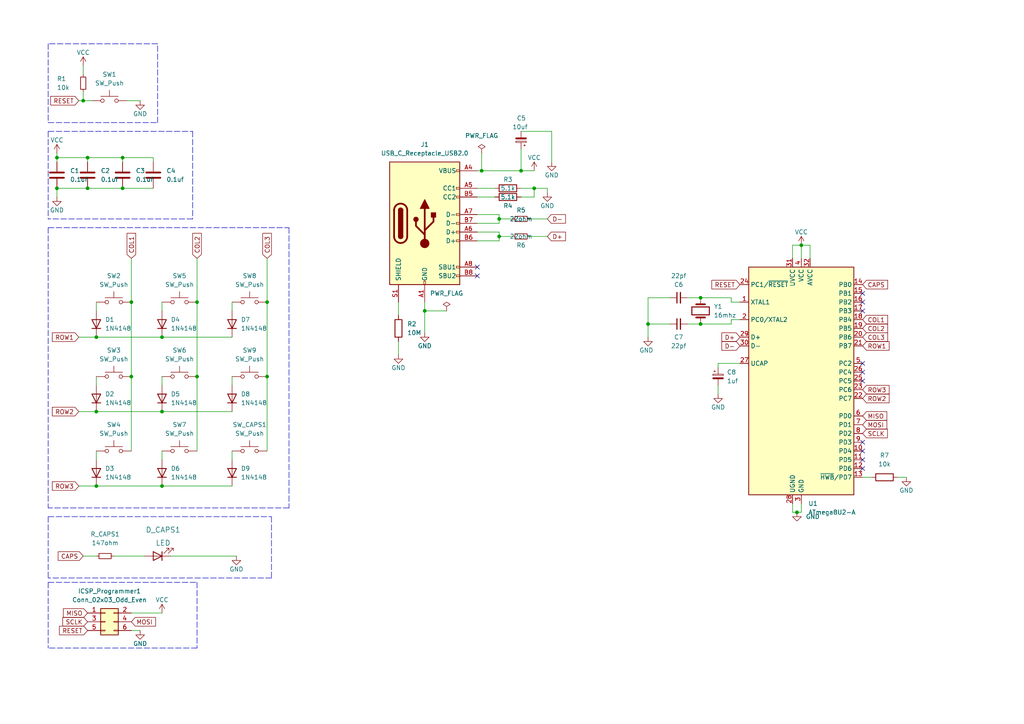
<source format=kicad_sch>
(kicad_sch (version 20211123) (generator eeschema)
  (paper "A4")
  (lib_symbols
    (symbol "Connector:USB_C_Receptacle_USB2.0" (pin_names (offset 1.016))
      (property "Reference" "J" (at -10.16 19.05 0))
      (property "Value" "USB_C_Receptacle_USB2.0" (at 19.05 19.05 0))
      (symbol "USB_C_Receptacle_USB2.0_0_0"
        (rectangle (start -0.254 -17.78) (end 0.254 -16.764))
        (rectangle (start 10.16 -14.986) (end 9.144 -15.494))
        (rectangle (start 10.16 -12.446) (end 9.144 -12.954))
        (rectangle (start 10.16 -4.826) (end 9.144 -5.334))
        (rectangle (start 10.16 -2.286) (end 9.144 -2.794))
        (rectangle (start 10.16 0.254) (end 9.144 -0.254))
        (rectangle (start 10.16 2.794) (end 9.144 2.286))
        (rectangle (start 10.16 7.874) (end 9.144 7.366))
        (rectangle (start 10.16 10.414) (end 9.144 9.906))
        (rectangle (start 10.16 15.494) (end 9.144 14.986))
      )
      (symbol "USB_C_Receptacle_USB2.0_0_1"
        (rectangle (start -10.16 17.78) (end 10.16 -17.78) (stroke (width 0.254)) (fill (type background)))
        (arc (start -8.89 -3.81) (mid -6.985 -5.715) (end -5.08 -3.81) (stroke (width 0.508)))
        (arc (start -7.62 -3.81) (mid -6.985 -4.445) (end -6.35 -3.81) (stroke (width 0.254)))
        (arc (start -7.62 -3.81) (mid -6.985 -4.445) (end -6.35 -3.81) (stroke (width 0.254)) (fill (type outline)))
        (rectangle (start -7.62 -3.81) (end -6.35 3.81) (stroke (width 0.254)) (fill (type outline)))
        (arc (start -6.35 3.81) (mid -6.985 4.445) (end -7.62 3.81) (stroke (width 0.254)))
        (arc (start -6.35 3.81) (mid -6.985 4.445) (end -7.62 3.81) (stroke (width 0.254)) (fill (type outline)))
        (arc (start -5.08 3.81) (mid -6.985 5.715) (end -8.89 3.81) (stroke (width 0.508)))
        (circle (center -2.54 1.143) (radius 0.635) (stroke (width 0.254)) (fill (type outline)))
        (circle (center 0 -5.842) (radius 1.27) (fill (type outline)))
        (polyline (pts (xy -8.89 -3.81) (xy -8.89 3.81)) (stroke (width 0.508)))
        (polyline (pts (xy -5.08 3.81) (xy -5.08 -3.81)) (stroke (width 0.508)))
        (polyline (pts (xy 0 -5.842) (xy 0 4.318)) (stroke (width 0.508)))
        (polyline (pts (xy 0 -3.302) (xy -2.54 -0.762) (xy -2.54 0.508)) (stroke (width 0.508)))
        (polyline (pts (xy 0 -2.032) (xy 2.54 0.508) (xy 2.54 1.778)) (stroke (width 0.508)))
        (polyline (pts (xy -1.27 4.318) (xy 0 6.858) (xy 1.27 4.318) (xy -1.27 4.318)) (stroke (width 0.254)) (fill (type outline)))
        (rectangle (start 1.905 1.778) (end 3.175 3.048) (stroke (width 0.254)) (fill (type outline)))
      )
      (symbol "USB_C_Receptacle_USB2.0_1_1"
        (pin passive line (at 0 -22.86 90) (length 5.08) (name "GND") (number "A1"))
        (pin passive line (at 0 -22.86 90) (length 5.08) hide (name "GND") (number "A12"))
        (pin passive line (at 15.24 15.24 180) (length 5.08) (name "VBUS") (number "A4"))
        (pin bidirectional line (at 15.24 10.16 180) (length 5.08) (name "CC1") (number "A5"))
        (pin bidirectional line (at 15.24 -2.54 180) (length 5.08) (name "D+") (number "A6"))
        (pin bidirectional line (at 15.24 2.54 180) (length 5.08) (name "D-") (number "A7"))
        (pin bidirectional line (at 15.24 -12.7 180) (length 5.08) (name "SBU1") (number "A8"))
        (pin passive line (at 15.24 15.24 180) (length 5.08) hide (name "VBUS") (number "A9"))
        (pin passive line (at 0 -22.86 90) (length 5.08) hide (name "GND") (number "B1"))
        (pin passive line (at 0 -22.86 90) (length 5.08) hide (name "GND") (number "B12"))
        (pin passive line (at 15.24 15.24 180) (length 5.08) hide (name "VBUS") (number "B4"))
        (pin bidirectional line (at 15.24 7.62 180) (length 5.08) (name "CC2") (number "B5"))
        (pin bidirectional line (at 15.24 -5.08 180) (length 5.08) (name "D+") (number "B6"))
        (pin bidirectional line (at 15.24 0 180) (length 5.08) (name "D-") (number "B7"))
        (pin bidirectional line (at 15.24 -15.24 180) (length 5.08) (name "SBU2") (number "B8"))
        (pin passive line (at 15.24 15.24 180) (length 5.08) hide (name "VBUS") (number "B9"))
        (pin passive line (at -7.62 -22.86 90) (length 5.08) (name "SHIELD") (number "S1"))
      )
    )
    (symbol "Connector_Generic:Conn_02x03_Odd_Even" (pin_names (offset 1.016) hide)
      (property "Reference" "J" (at 1.27 5.08 0))
      (property "Value" "Conn_02x03_Odd_Even" (at 1.27 -5.08 0))
      (symbol "Conn_02x03_Odd_Even_1_1"
        (rectangle (start -1.27 -2.413) (end 0 -2.667) (stroke (width 0.1524)))
        (rectangle (start -1.27 0.127) (end 0 -0.127) (stroke (width 0.1524)))
        (rectangle (start -1.27 2.667) (end 0 2.413) (stroke (width 0.1524)))
        (rectangle (start -1.27 3.81) (end 3.81 -3.81) (stroke (width 0.254)) (fill (type background)))
        (rectangle (start 3.81 -2.413) (end 2.54 -2.667) (stroke (width 0.1524)))
        (rectangle (start 3.81 0.127) (end 2.54 -0.127) (stroke (width 0.1524)))
        (rectangle (start 3.81 2.667) (end 2.54 2.413) (stroke (width 0.1524)))
        (pin passive line (at -5.08 2.54 0) (length 3.81) (name "Pin_1") (number "1"))
        (pin passive line (at 7.62 2.54 180) (length 3.81) (name "Pin_2") (number "2"))
        (pin passive line (at -5.08 0 0) (length 3.81) (name "Pin_3") (number "3"))
        (pin passive line (at 7.62 0 180) (length 3.81) (name "Pin_4") (number "4"))
        (pin passive line (at -5.08 -2.54 0) (length 3.81) (name "Pin_5") (number "5"))
        (pin passive line (at 7.62 -2.54 180) (length 3.81) (name "Pin_6") (number "6"))
      )
    )
    (symbol "Device:C" (pin_numbers hide) (pin_names (offset 0.254))
      (property "Reference" "C" (at 0.635 2.54 0))
      (property "Value" "C" (at 0.635 -2.54 0))
      (symbol "C_0_1"
        (polyline (pts (xy -2.032 -0.762) (xy 2.032 -0.762)) (stroke (width 0.508)))
        (polyline (pts (xy -2.032 0.762) (xy 2.032 0.762)) (stroke (width 0.508)))
      )
      (symbol "C_1_1"
        (pin passive line (at 0 3.81 270) (length 2.794) (name "~") (number "1"))
        (pin passive line (at 0 -3.81 90) (length 2.794) (name "~") (number "2"))
      )
    )
    (symbol "Device:C_Polarized_Small" (pin_numbers hide) (pin_names (offset 0.254) hide)
      (property "Reference" "C" (at 0.254 1.778 0))
      (property "Value" "C_Polarized_Small" (at 0.254 -2.032 0))
      (symbol "C_Polarized_Small_0_1"
        (rectangle (start -1.524 -0.3048) (end 1.524 -0.6858) (fill (type outline)))
        (rectangle (start -1.524 0.6858) (end 1.524 0.3048))
        (polyline (pts (xy -1.27 1.524) (xy -0.762 1.524)))
        (polyline (pts (xy -1.016 1.27) (xy -1.016 1.778)))
      )
      (symbol "C_Polarized_Small_1_1"
        (pin passive line (at 0 2.54 270) (length 1.8542) (name "~") (number "1"))
        (pin passive line (at 0 -2.54 90) (length 1.8542) (name "~") (number "2"))
      )
    )
    (symbol "Device:C_Small" (pin_numbers hide) (pin_names (offset 0.254) hide)
      (property "Reference" "C" (at 0.254 1.778 0))
      (property "Value" "C_Small" (at 0.254 -2.032 0))
      (symbol "C_Small_0_1"
        (polyline (pts (xy -1.524 -0.508) (xy 1.524 -0.508)) (stroke (width 0.3302)))
        (polyline (pts (xy -1.524 0.508) (xy 1.524 0.508)) (stroke (width 0.3048)))
      )
      (symbol "C_Small_1_1"
        (pin passive line (at 0 2.54 270) (length 2.032) (name "~") (number "1"))
        (pin passive line (at 0 -2.54 90) (length 2.032) (name "~") (number "2"))
      )
    )
    (symbol "Device:Crystal" (pin_numbers hide) (pin_names (offset 1.016) hide)
      (property "Reference" "Y" (at 0 3.81 0))
      (property "Value" "Crystal" (at 0 -3.81 0))
      (symbol "Crystal_0_1"
        (rectangle (start -1.143 2.54) (end 1.143 -2.54) (stroke (width 0.3048)))
        (polyline (pts (xy -2.54 0) (xy -1.905 0)))
        (polyline (pts (xy -1.905 -1.27) (xy -1.905 1.27)) (stroke (width 0.508)))
        (polyline (pts (xy 1.905 -1.27) (xy 1.905 1.27)) (stroke (width 0.508)))
        (polyline (pts (xy 2.54 0) (xy 1.905 0)))
      )
      (symbol "Crystal_1_1"
        (pin passive line (at -3.81 0 0) (length 1.27) (name "1") (number "1"))
        (pin passive line (at 3.81 0 180) (length 1.27) (name "2") (number "2"))
      )
    )
    (symbol "Device:LED" (pin_numbers hide) (pin_names (offset 1.016) hide)
      (property "Reference" "D" (at 0 2.54 0))
      (property "Value" "LED" (at 0 -2.54 0))
      (symbol "LED_0_1"
        (polyline (pts (xy -1.27 -1.27) (xy -1.27 1.27)) (stroke (width 0.254)))
        (polyline (pts (xy -1.27 0) (xy 1.27 0)))
        (polyline (pts (xy 1.27 -1.27) (xy 1.27 1.27) (xy -1.27 0) (xy 1.27 -1.27)) (stroke (width 0.254)))
        (polyline (pts (xy -3.048 -0.762) (xy -4.572 -2.286) (xy -3.81 -2.286) (xy -4.572 -2.286) (xy -4.572 -1.524)))
        (polyline (pts (xy -1.778 -0.762) (xy -3.302 -2.286) (xy -2.54 -2.286) (xy -3.302 -2.286) (xy -3.302 -1.524)))
      )
      (symbol "LED_1_1"
        (pin passive line (at -3.81 0 0) (length 2.54) (name "K") (number "1"))
        (pin passive line (at 3.81 0 180) (length 2.54) (name "A") (number "2"))
      )
    )
    (symbol "Device:R" (pin_numbers hide) (pin_names (offset 0))
      (property "Reference" "R" (at 2.032 0 90))
      (property "Value" "R" (at 0 0 90))
      (symbol "R_0_1"
        (rectangle (start -1.016 -2.54) (end 1.016 2.54) (stroke (width 0.254)))
      )
      (symbol "R_1_1"
        (pin passive line (at 0 3.81 270) (length 1.27) (name "~") (number "1"))
        (pin passive line (at 0 -3.81 90) (length 1.27) (name "~") (number "2"))
      )
    )
    (symbol "Device:R_Small" (pin_numbers hide) (pin_names (offset 0.254) hide)
      (property "Reference" "R" (at 0.762 0.508 0))
      (property "Value" "R_Small" (at 0.762 -1.016 0))
      (symbol "R_Small_0_1"
        (rectangle (start -0.762 1.778) (end 0.762 -1.778) (stroke (width 0.2032)))
      )
      (symbol "R_Small_1_1"
        (pin passive line (at 0 2.54 270) (length 0.762) (name "~") (number "1"))
        (pin passive line (at 0 -2.54 90) (length 0.762) (name "~") (number "2"))
      )
    )
    (symbol "Diode:1N4148" (pin_numbers hide) (pin_names (offset 1.016) hide)
      (property "Reference" "D" (at 0 2.54 0))
      (property "Value" "1N4148" (at 0 -2.54 0))
      (symbol "1N4148_0_1"
        (polyline (pts (xy -1.27 1.27) (xy -1.27 -1.27)) (stroke (width 0.254)))
        (polyline (pts (xy 1.27 0) (xy -1.27 0)))
        (polyline (pts (xy 1.27 1.27) (xy 1.27 -1.27) (xy -1.27 0) (xy 1.27 1.27)) (stroke (width 0.254)))
      )
      (symbol "1N4148_1_1"
        (pin passive line (at -3.81 0 0) (length 2.54) (name "K") (number "1"))
        (pin passive line (at 3.81 0 180) (length 2.54) (name "A") (number "2"))
      )
    )
    (symbol "MCU_Microchip_ATmega:ATmega8U2-A"
      (property "Reference" "U" (at -15.24 34.29 0))
      (property "Value" "ATmega8U2-A" (at 2.54 -34.29 0))
      (symbol "ATmega8U2-A_0_1"
        (rectangle (start -15.24 -33.02) (end 15.24 33.02) (stroke (width 0.254)) (fill (type background)))
      )
      (symbol "ATmega8U2-A_1_1"
        (pin input line (at -17.78 22.86 0) (length 2.54) (name "XTAL1") (number "1"))
        (pin bidirectional line (at 17.78 -20.32 180) (length 2.54) (name "PD4") (number "10"))
        (pin bidirectional line (at 17.78 -22.86 180) (length 2.54) (name "PD5") (number "11"))
        (pin bidirectional line (at 17.78 -25.4 180) (length 2.54) (name "PD6") (number "12"))
        (pin bidirectional line (at 17.78 -27.94 180) (length 2.54) (name "~{HWB}/PD7") (number "13"))
        (pin bidirectional line (at 17.78 27.94 180) (length 2.54) (name "PB0") (number "14"))
        (pin bidirectional line (at 17.78 25.4 180) (length 2.54) (name "PB1") (number "15"))
        (pin bidirectional line (at 17.78 22.86 180) (length 2.54) (name "PB2") (number "16"))
        (pin bidirectional line (at 17.78 20.32 180) (length 2.54) (name "PB3") (number "17"))
        (pin bidirectional line (at 17.78 17.78 180) (length 2.54) (name "PB4") (number "18"))
        (pin bidirectional line (at 17.78 15.24 180) (length 2.54) (name "PB5") (number "19"))
        (pin bidirectional line (at -17.78 17.78 0) (length 2.54) (name "PC0/XTAL2") (number "2"))
        (pin bidirectional line (at 17.78 12.7 180) (length 2.54) (name "PB6") (number "20"))
        (pin bidirectional line (at 17.78 10.16 180) (length 2.54) (name "PB7") (number "21"))
        (pin bidirectional line (at 17.78 -5.08 180) (length 2.54) (name "PC7") (number "22"))
        (pin bidirectional line (at 17.78 -2.54 180) (length 2.54) (name "PC6") (number "23"))
        (pin bidirectional line (at -17.78 27.94 0) (length 2.54) (name "PC1/~{RESET}") (number "24"))
        (pin bidirectional line (at 17.78 0 180) (length 2.54) (name "PC5") (number "25"))
        (pin bidirectional line (at 17.78 2.54 180) (length 2.54) (name "PC4") (number "26"))
        (pin passive line (at -17.78 5.08 0) (length 2.54) (name "UCAP") (number "27"))
        (pin power_in line (at -2.54 -35.56 90) (length 2.54) (name "UGND") (number "28"))
        (pin bidirectional line (at -17.78 12.7 0) (length 2.54) (name "D+") (number "29"))
        (pin power_in line (at 0 -35.56 90) (length 2.54) (name "GND") (number "3"))
        (pin bidirectional line (at -17.78 10.16 0) (length 2.54) (name "D-") (number "30"))
        (pin power_in line (at -2.54 35.56 270) (length 2.54) (name "UVCC") (number "31"))
        (pin power_in line (at 2.54 35.56 270) (length 2.54) (name "AVCC") (number "32"))
        (pin power_in line (at 0 35.56 270) (length 2.54) (name "VCC") (number "4"))
        (pin bidirectional line (at 17.78 5.08 180) (length 2.54) (name "PC2") (number "5"))
        (pin bidirectional line (at 17.78 -10.16 180) (length 2.54) (name "PD0") (number "6"))
        (pin bidirectional line (at 17.78 -12.7 180) (length 2.54) (name "PD1") (number "7"))
        (pin bidirectional line (at 17.78 -15.24 180) (length 2.54) (name "PD2") (number "8"))
        (pin bidirectional line (at 17.78 -17.78 180) (length 2.54) (name "PD3") (number "9"))
      )
    )
    (symbol "Switch:SW_Push" (pin_numbers hide) (pin_names (offset 1.016) hide)
      (property "Reference" "SW" (at 1.27 2.54 0))
      (property "Value" "SW_Push" (at 0 -1.524 0))
      (symbol "SW_Push_0_1"
        (circle (center -2.032 0) (radius 0.508))
        (polyline (pts (xy 0 1.27) (xy 0 3.048)))
        (polyline (pts (xy 2.54 1.27) (xy -2.54 1.27)))
        (circle (center 2.032 0) (radius 0.508))
        (pin passive line (at -5.08 0 0) (length 2.54) (name "1") (number "1"))
        (pin passive line (at 5.08 0 180) (length 2.54) (name "2") (number "2"))
      )
    )
    (symbol "power:GND" (power) (pin_names (offset 0))
      (property "Value" "GND" (at 0 -3.81 0))
      (symbol "GND_0_1"
        (polyline (pts (xy 0 0) (xy 0 -1.27) (xy 1.27 -1.27) (xy 0 -2.54) (xy -1.27 -1.27) (xy 0 -1.27)))
      )
      (symbol "GND_1_1"
        (pin power_in line (at 0 0 270) (length 0) hide (name "GND") (number "1"))
      )
    )
    (symbol "power:PWR_FLAG" (power) (pin_numbers hide) (pin_names (offset 0) hide)
      (property "Value" "PWR_FLAG" (at 0 3.81 0))
      (symbol "PWR_FLAG_0_0"
        (pin power_out line (at 0 0 90) (length 0) (name "pwr") (number "1"))
      )
      (symbol "PWR_FLAG_0_1"
        (polyline (pts (xy 0 0) (xy 0 1.27) (xy -1.016 1.905) (xy 0 2.54) (xy 1.016 1.905) (xy 0 1.27)))
      )
    )
    (symbol "power:VCC" (power) (pin_names (offset 0))
      (property "Value" "VCC" (at 0 3.81 0))
      (symbol "VCC_0_1"
        (polyline (pts (xy -0.762 1.27) (xy 0 2.54)))
        (polyline (pts (xy 0 0) (xy 0 2.54)))
        (polyline (pts (xy 0 2.54) (xy 0.762 1.27)))
      )
      (symbol "VCC_1_1"
        (pin power_in line (at 0 0 90) (length 0) hide (name "VCC") (number "1"))
      )
    )
  )
  (junction (at 144.78 68.58))
  (junction (at 77.47 87.63))
  (junction (at 57.15 87.63))
  (junction (at 25.4 45.72))
  (junction (at 38.1 109.22))
  (junction (at 46.99 119.38))
  (junction (at 16.51 54.61))
  (junction (at 46.99 97.79))
  (junction (at 154.94 54.61))
  (junction (at 151.13 49.53))
  (junction (at 25.4 54.61))
  (junction (at 77.47 109.22))
  (junction (at 144.78 63.5))
  (junction (at 123.19 90.17))
  (junction (at 27.94 140.97))
  (junction (at 187.96 93.98))
  (junction (at 46.99 140.97))
  (junction (at 35.56 45.72))
  (junction (at 27.94 119.38))
  (junction (at 57.15 109.22))
  (junction (at 203.2 93.98))
  (junction (at 24.13 29.21))
  (junction (at 27.94 97.79))
  (junction (at 232.41 71.12))
  (junction (at 16.51 45.72))
  (junction (at 203.2 86.36))
  (junction (at 139.7 49.53))
  (junction (at 38.1 87.63))
  (junction (at 35.56 54.61))
  (junction (at 231.14 148.59))
  (no_connect (at 138.43 77.47))
  (no_connect (at 138.43 80.01))
  (no_connect (at 250.19 90.17))
  (no_connect (at 250.19 107.95))
  (no_connect (at 250.19 87.63))
  (no_connect (at 250.19 110.49))
  (no_connect (at 250.19 130.81))
  (no_connect (at 250.19 128.27))
  (no_connect (at 250.19 133.35))
  (no_connect (at 250.19 135.89))
  (no_connect (at 250.19 105.41))
  (no_connect (at 250.19 85.09))
  (wire (pts (xy 24.13 19.05) (xy 24.13 21.59)))
  (wire (pts (xy 35.56 45.72) (xy 44.45 45.72)))
  (wire (pts (xy 139.7 49.53) (xy 151.13 49.53)))
  (polyline (pts (xy 83.82 66.04) (xy 83.82 147.32)))
  (wire (pts (xy 153.67 63.5) (xy 158.75 63.5)))
  (wire (pts (xy 151.13 54.61) (xy 154.94 54.61)))
  (wire (pts (xy 160.02 46.99) (xy 160.02 38.1)))
  (polyline (pts (xy 13.97 168.91) (xy 13.97 187.96)))
  (wire (pts (xy 27.94 119.38) (xy 46.99 119.38)))
  (wire (pts (xy 25.4 45.72) (xy 25.4 46.99)))
  (wire (pts (xy 158.75 54.61) (xy 158.75 55.88)))
  (wire (pts (xy 151.13 49.53) (xy 154.94 49.53)))
  (wire (pts (xy 229.87 71.12) (xy 232.41 71.12)))
  (wire (pts (xy 139.7 44.45) (xy 139.7 49.53)))
  (wire (pts (xy 250.19 138.43) (xy 252.73 138.43)))
  (wire (pts (xy 67.31 130.81) (xy 67.31 133.35)))
  (wire (pts (xy 67.31 87.63) (xy 67.31 90.17)))
  (polyline (pts (xy 13.97 38.1) (xy 55.88 38.1)))
  (wire (pts (xy 123.19 87.63) (xy 123.19 90.17)))
  (wire (pts (xy 49.53 161.29) (xy 68.58 161.29)))
  (wire (pts (xy 36.83 29.21) (xy 40.64 29.21)))
  (polyline (pts (xy 57.15 187.96) (xy 13.97 187.96)))
  (wire (pts (xy 46.99 130.81) (xy 46.99 133.35)))
  (wire (pts (xy 208.28 111.76) (xy 208.28 114.3)))
  (wire (pts (xy 208.28 105.41) (xy 208.28 106.68)))
  (wire (pts (xy 229.87 146.05) (xy 229.87 148.59)))
  (wire (pts (xy 144.78 68.58) (xy 148.59 68.58)))
  (wire (pts (xy 138.43 54.61) (xy 143.51 54.61)))
  (wire (pts (xy 22.86 29.21) (xy 24.13 29.21)))
  (wire (pts (xy 153.67 68.58) (xy 158.75 68.58)))
  (polyline (pts (xy 45.72 12.7) (xy 13.97 12.7)))
  (wire (pts (xy 144.78 67.31) (xy 144.78 68.58)))
  (wire (pts (xy 214.63 87.63) (xy 212.09 87.63)))
  (wire (pts (xy 229.87 148.59) (xy 231.14 148.59)))
  (wire (pts (xy 27.94 140.97) (xy 46.99 140.97)))
  (wire (pts (xy 77.47 74.93) (xy 77.47 87.63)))
  (wire (pts (xy 25.4 45.72) (xy 35.56 45.72)))
  (wire (pts (xy 33.02 161.29) (xy 41.91 161.29)))
  (wire (pts (xy 25.4 54.61) (xy 35.56 54.61)))
  (wire (pts (xy 151.13 57.15) (xy 154.94 57.15)))
  (wire (pts (xy 38.1 87.63) (xy 38.1 109.22)))
  (wire (pts (xy 203.2 93.98) (xy 212.09 93.98)))
  (wire (pts (xy 138.43 62.23) (xy 144.78 62.23)))
  (polyline (pts (xy 57.15 168.91) (xy 57.15 187.96)))
  (wire (pts (xy 138.43 67.31) (xy 144.78 67.31)))
  (wire (pts (xy 144.78 69.85) (xy 144.78 68.58)))
  (wire (pts (xy 46.99 97.79) (xy 67.31 97.79)))
  (wire (pts (xy 203.2 86.36) (xy 199.39 86.36)))
  (wire (pts (xy 16.51 45.72) (xy 25.4 45.72)))
  (wire (pts (xy 260.35 138.43) (xy 262.89 138.43)))
  (wire (pts (xy 214.63 92.71) (xy 212.09 92.71)))
  (wire (pts (xy 212.09 92.71) (xy 212.09 93.98)))
  (wire (pts (xy 22.86 140.97) (xy 27.94 140.97)))
  (wire (pts (xy 232.41 148.59) (xy 231.14 148.59)))
  (wire (pts (xy 22.86 119.38) (xy 27.94 119.38)))
  (wire (pts (xy 187.96 97.79) (xy 187.96 93.98)))
  (wire (pts (xy 38.1 177.8) (xy 46.99 177.8)))
  (wire (pts (xy 38.1 182.88) (xy 40.64 182.88)))
  (wire (pts (xy 187.96 93.98) (xy 187.96 86.36)))
  (wire (pts (xy 154.94 54.61) (xy 158.75 54.61)))
  (polyline (pts (xy 13.97 35.56) (xy 45.72 35.56)))
  (wire (pts (xy 151.13 43.18) (xy 151.13 49.53)))
  (polyline (pts (xy 45.72 35.56) (xy 45.72 12.7)))
  (wire (pts (xy 115.57 87.63) (xy 115.57 91.44)))
  (polyline (pts (xy 13.97 38.1) (xy 13.97 63.5)))
  (wire (pts (xy 35.56 45.72) (xy 35.56 46.99)))
  (wire (pts (xy 144.78 64.77) (xy 144.78 63.5)))
  (wire (pts (xy 123.19 90.17) (xy 129.54 90.17)))
  (wire (pts (xy 194.31 86.36) (xy 187.96 86.36)))
  (polyline (pts (xy 13.97 66.04) (xy 13.97 147.32)))
  (polyline (pts (xy 13.97 149.86) (xy 78.74 149.86)))
  (wire (pts (xy 138.43 49.53) (xy 139.7 49.53)))
  (wire (pts (xy 194.31 93.98) (xy 187.96 93.98)))
  (wire (pts (xy 57.15 109.22) (xy 57.15 130.81)))
  (wire (pts (xy 24.13 161.29) (xy 27.94 161.29)))
  (wire (pts (xy 203.2 93.98) (xy 199.39 93.98)))
  (polyline (pts (xy 55.88 63.5) (xy 13.97 63.5)))
  (wire (pts (xy 27.94 87.63) (xy 27.94 90.17)))
  (wire (pts (xy 138.43 69.85) (xy 144.78 69.85)))
  (wire (pts (xy 27.94 97.79) (xy 46.99 97.79)))
  (wire (pts (xy 57.15 74.93) (xy 57.15 87.63)))
  (wire (pts (xy 123.19 90.17) (xy 123.19 96.52)))
  (wire (pts (xy 77.47 87.63) (xy 77.47 109.22)))
  (wire (pts (xy 46.99 87.63) (xy 46.99 90.17)))
  (wire (pts (xy 46.99 109.22) (xy 46.99 111.76)))
  (wire (pts (xy 144.78 62.23) (xy 144.78 63.5)))
  (wire (pts (xy 22.86 97.79) (xy 27.94 97.79)))
  (wire (pts (xy 16.51 45.72) (xy 16.51 46.99)))
  (wire (pts (xy 138.43 57.15) (xy 143.51 57.15)))
  (wire (pts (xy 38.1 74.93) (xy 38.1 87.63)))
  (wire (pts (xy 57.15 87.63) (xy 57.15 109.22)))
  (wire (pts (xy 77.47 109.22) (xy 77.47 130.81)))
  (wire (pts (xy 24.13 26.67) (xy 24.13 29.21)))
  (wire (pts (xy 44.45 45.72) (xy 44.45 46.99)))
  (polyline (pts (xy 13.97 149.86) (xy 13.97 167.64)))
  (wire (pts (xy 214.63 105.41) (xy 208.28 105.41)))
  (polyline (pts (xy 13.97 12.7) (xy 13.97 35.56)))
  (wire (pts (xy 67.31 109.22) (xy 67.31 111.76)))
  (wire (pts (xy 203.2 86.36) (xy 212.09 86.36)))
  (wire (pts (xy 234.95 74.93) (xy 234.95 71.12)))
  (wire (pts (xy 115.57 99.06) (xy 115.57 102.87)))
  (wire (pts (xy 27.94 109.22) (xy 27.94 111.76)))
  (wire (pts (xy 144.78 63.5) (xy 148.59 63.5)))
  (polyline (pts (xy 78.74 149.86) (xy 78.74 167.64)))
  (polyline (pts (xy 13.97 168.91) (xy 57.15 168.91)))
  (wire (pts (xy 160.02 38.1) (xy 151.13 38.1)))
  (wire (pts (xy 212.09 87.63) (xy 212.09 86.36)))
  (wire (pts (xy 229.87 74.93) (xy 229.87 71.12)))
  (wire (pts (xy 232.41 146.05) (xy 232.41 148.59)))
  (polyline (pts (xy 78.74 167.64) (xy 13.97 167.64)))
  (wire (pts (xy 24.13 29.21) (xy 26.67 29.21)))
  (wire (pts (xy 16.51 54.61) (xy 25.4 54.61)))
  (wire (pts (xy 234.95 71.12) (xy 232.41 71.12)))
  (wire (pts (xy 154.94 57.15) (xy 154.94 54.61)))
  (wire (pts (xy 46.99 119.38) (xy 67.31 119.38)))
  (wire (pts (xy 27.94 130.81) (xy 27.94 133.35)))
  (polyline (pts (xy 13.97 66.04) (xy 83.82 66.04)))
  (wire (pts (xy 46.99 140.97) (xy 67.31 140.97)))
  (polyline (pts (xy 55.88 38.1) (xy 55.88 63.5)))
  (wire (pts (xy 16.51 44.45) (xy 16.51 45.72)))
  (wire (pts (xy 138.43 64.77) (xy 144.78 64.77)))
  (wire (pts (xy 35.56 54.61) (xy 44.45 54.61)))
  (wire (pts (xy 16.51 54.61) (xy 16.51 57.15)))
  (wire (pts (xy 232.41 71.12) (xy 232.41 74.93)))
  (polyline (pts (xy 83.82 147.32) (xy 13.97 147.32)))
  (wire (pts (xy 38.1 109.22) (xy 38.1 130.81)))
  (global_label "D-" (shape input) (at 214.63 100.33 180) (property "Intersheet References" "${INTERSHEET_REFS}" (effects hide)))
  (global_label "COL1" (shape input) (at 250.19 92.71 0) (property "Intersheet References" "${INTERSHEET_REFS}" (effects hide)))
  (global_label "MOSI" (shape input) (at 250.19 123.19 0) (property "Intersheet References" "${INTERSHEET_REFS}" (effects hide)))
  (global_label "RESET" (shape input) (at 25.4 182.88 180) (property "Intersheet References" "${INTERSHEET_REFS}" (effects hide)))
  (global_label "D-" (shape input) (at 158.75 63.5 0) (property "Intersheet References" "${INTERSHEET_REFS}" (effects hide)))
  (global_label "SCLK" (shape input) (at 250.19 125.73 0) (property "Intersheet References" "${INTERSHEET_REFS}" (effects hide)))
  (global_label "ROW2" (shape input) (at 22.86 119.38 180) (property "Intersheet References" "${INTERSHEET_REFS}" (effects hide)))
  (global_label "COL3" (shape input) (at 77.47 74.93 90) (property "Intersheet References" "${INTERSHEET_REFS}" (effects hide)))
  (global_label "CAPS" (shape input) (at 24.13 161.29 180) (property "Intersheet References" "${INTERSHEET_REFS}" (effects hide)))
  (global_label "ROW1" (shape input) (at 22.86 97.79 180) (property "Intersheet References" "${INTERSHEET_REFS}" (effects hide)))
  (global_label "MOSI" (shape input) (at 38.1 180.34 0) (property "Intersheet References" "${INTERSHEET_REFS}" (effects hide)))
  (global_label "ROW2" (shape input) (at 250.19 115.57 0) (property "Intersheet References" "${INTERSHEET_REFS}" (effects hide)))
  (global_label "COL2" (shape input) (at 250.19 95.25 0) (property "Intersheet References" "${INTERSHEET_REFS}" (effects hide)))
  (global_label "D+" (shape input) (at 158.75 68.58 0) (property "Intersheet References" "${INTERSHEET_REFS}" (effects hide)))
  (global_label "MISO" (shape input) (at 250.19 120.65 0) (property "Intersheet References" "${INTERSHEET_REFS}" (effects hide)))
  (global_label "ROW3" (shape input) (at 250.19 113.03 0) (property "Intersheet References" "${INTERSHEET_REFS}" (effects hide)))
  (global_label "COL1" (shape input) (at 38.1 74.93 90) (property "Intersheet References" "${INTERSHEET_REFS}" (effects hide)))
  (global_label "MISO" (shape input) (at 25.4 177.8 180) (property "Intersheet References" "${INTERSHEET_REFS}" (effects hide)))
  (global_label "SCLK" (shape input) (at 25.4 180.34 180) (property "Intersheet References" "${INTERSHEET_REFS}" (effects hide)))
  (global_label "RESET" (shape input) (at 214.63 82.55 180) (property "Intersheet References" "${INTERSHEET_REFS}" (effects hide)))
  (global_label "COL3" (shape input) (at 250.19 97.79 0) (property "Intersheet References" "${INTERSHEET_REFS}" (effects hide)))
  (global_label "CAPS" (shape input) (at 250.19 82.55 0) (property "Intersheet References" "${INTERSHEET_REFS}" (effects hide)))
  (global_label "COL2" (shape input) (at 57.15 74.93 90) (property "Intersheet References" "${INTERSHEET_REFS}" (effects hide)))
  (global_label "RESET" (shape input) (at 22.86 29.21 180) (property "Intersheet References" "${INTERSHEET_REFS}" (effects hide)))
  (global_label "ROW3" (shape input) (at 22.86 140.97 180) (property "Intersheet References" "${INTERSHEET_REFS}" (effects hide)))
  (global_label "ROW1" (shape input) (at 250.19 100.33 0) (property "Intersheet References" "${INTERSHEET_REFS}" (effects hide)))
  (global_label "D+" (shape input) (at 214.63 97.79 180) (property "Intersheet References" "${INTERSHEET_REFS}" (effects hide)))
  (symbol (lib_id "Switch:SW_Push") (at 72.39 87.63 0) (unit 1)
    (property "Reference" "SW8" (at 72.39 80.01 0))
    (property "Value" "SW_Push" (at 72.39 82.55 0))
    (property "Footprint" "Button - Alternate:SW_4-1437565-0" (effects hide))
  )
  (symbol (lib_id "Device:C_Polarized_Small") (at 208.28 109.22 0) (unit 1)
    (property "Reference" "C8" (at 210.82 107.9562 0) (effects (justify left)))
    (property "Value" "1uf" (at 210.82 110.4962 0) (effects (justify left)))
    (property "Footprint" "Capacitor_THT:CP_Radial_D4.0mm_P1.50mm" (effects hide))
  )
  (symbol (lib_id "Device:C") (at 25.4 50.8 0) (unit 1)
    (property "Reference" "C2" (at 29.21 49.5299 0) (effects (justify left)))
    (property "Value" "0.1uf" (at 29.21 52.0699 0) (effects (justify left)))
    (property "Footprint" "Capacitor_THT:C_Rect_L7.0mm_W2.0mm_P5.00mm" (effects hide))
  )
  (symbol (lib_id "Switch:SW_Push") (at 72.39 130.81 0) (unit 1)
    (property "Reference" "SW_CAPS1" (at 72.39 123.19 0))
    (property "Value" "SW_Push" (at 72.39 125.73 0))
    (property "Footprint" "Button - Alternate:SW_4-1437565-0" (effects hide))
  )
  (symbol (lib_id "Device:R_Small") (at 30.48 161.29 90) (unit 1)
    (property "Reference" "R_CAPS1" (at 30.48 154.94 90))
    (property "Value" "147ohm" (at 30.48 157.48 90))
    (property "Footprint" "Resistor_THT:R_Axial_DIN0204_L3.6mm_D1.6mm_P7.62mm_Horizontal" (effects hide))
  )
  (symbol (lib_id "Diode:1N4148") (at 46.99 115.57 90) (unit 1)
    (property "Reference" "D5" (at 49.53 114.2999 90) (effects (justify right)))
    (property "Value" "1N4148" (at 49.53 116.8399 90) (effects (justify right)))
    (property "Footprint" "Diode_THT:D_DO-35_SOD27_P7.62mm_Horizontal" (effects hide))
    (property "Datasheet" "https://assets.nexperia.com/documents/data-sheet/1N4148_1N4448.pdf" (effects hide))
  )
  (symbol (lib_id "Device:R") (at 256.54 138.43 90) (unit 1)
    (property "Reference" "R7" (at 256.54 132.08 90))
    (property "Value" "10k" (at 256.54 134.62 90))
    (property "Footprint" "Resistor_THT:R_Axial_DIN0204_L3.6mm_D1.6mm_P7.62mm_Horizontal" (effects hide))
  )
  (symbol (lib_id "Device:Crystal") (at 203.2 90.17 90) (unit 1)
    (property "Reference" "Y1" (at 207.01 88.8999 90) (effects (justify right)))
    (property "Value" "16mhz" (at 207.01 91.4399 90) (effects (justify right)))
    (property "Footprint" "Crystal:Crystal_SMD_HC49-SD_HandSoldering" (effects hide))
  )
  (symbol (lib_id "Connector_Generic:Conn_02x03_Odd_Even") (at 30.48 180.34 0) (unit 1)
    (property "Reference" "ICSP_Programmer1" (at 31.75 171.45 0))
    (property "Value" "Conn_02x03_Odd_Even" (at 31.75 173.99 0))
    (property "Footprint" "Connector_PinHeader_2.54mm:PinHeader_2x03_P2.54mm_Vertical" (effects hide))
  )
  (symbol (lib_id "power:GND") (at 16.51 57.15 0) (unit 1)
    (property "Reference" "#PWR02" (effects hide))
    (property "Value" "GND" (at 16.51 60.96 0))
  )
  (symbol (lib_id "Diode:1N4148") (at 46.99 93.98 90) (unit 1)
    (property "Reference" "D4" (at 49.53 92.7099 90) (effects (justify right)))
    (property "Value" "1N4148" (at 49.53 95.2499 90) (effects (justify right)))
    (property "Footprint" "Diode_THT:D_DO-35_SOD27_P7.62mm_Horizontal" (effects hide))
    (property "Datasheet" "https://assets.nexperia.com/documents/data-sheet/1N4148_1N4448.pdf" (effects hide))
  )
  (symbol (lib_id "Diode:1N4148") (at 67.31 115.57 90) (unit 1)
    (property "Reference" "D8" (at 69.85 114.2999 90) (effects (justify right)))
    (property "Value" "1N4148" (at 69.85 116.8399 90) (effects (justify right)))
    (property "Footprint" "Diode_THT:D_DO-35_SOD27_P7.62mm_Horizontal" (effects hide))
    (property "Datasheet" "https://assets.nexperia.com/documents/data-sheet/1N4148_1N4448.pdf" (effects hide))
  )
  (symbol (lib_id "Diode:1N4148") (at 27.94 93.98 90) (unit 1)
    (property "Reference" "D1" (at 30.48 92.7099 90) (effects (justify right)))
    (property "Value" "1N4148" (at 30.48 95.2499 90) (effects (justify right)))
    (property "Footprint" "Diode_THT:D_DO-35_SOD27_P7.62mm_Horizontal" (effects hide))
    (property "Datasheet" "https://assets.nexperia.com/documents/data-sheet/1N4148_1N4448.pdf" (effects hide))
  )
  (symbol (lib_id "Connector:USB_C_Receptacle_USB2.0") (at 123.19 64.77 0) (unit 1)
    (property "Reference" "J1" (at 123.19 41.91 0))
    (property "Value" "USB_C_Receptacle_USB2.0" (at 123.19 44.45 0))
    (property "Footprint" "Connector_USB:USB_C_Receptacle_HRO_TYPE-C-31-M-12" (effects hide))
    (property "Datasheet" "https://www.usb.org/sites/default/files/documents/usb_type-c.zip" (effects hide))
  )
  (symbol (lib_id "power:GND") (at 123.19 96.52 0) (unit 1)
    (property "Reference" "#PWR06" (effects hide))
    (property "Value" "GND" (at 123.19 100.33 0))
  )
  (symbol (lib_id "Device:R") (at 147.32 57.15 90) (unit 1)
    (property "Reference" "R4" (at 147.32 59.69 90))
    (property "Value" "5.1k" (at 147.32 57.15 90))
    (property "Footprint" "Resistor_THT:R_Axial_DIN0204_L3.6mm_D1.6mm_P7.62mm_Horizontal" (effects hide))
  )
  (symbol (lib_id "Device:R") (at 115.57 95.25 0) (unit 1)
    (property "Reference" "R2" (at 118.11 93.9799 0) (effects (justify left)))
    (property "Value" "10M" (at 118.11 96.5199 0) (effects (justify left)))
    (property "Footprint" "Resistor_THT:R_Axial_DIN0204_L3.6mm_D1.6mm_P7.62mm_Horizontal" (effects hide))
  )
  (symbol (lib_id "power:GND") (at 40.64 182.88 0) (unit 1)
    (property "Reference" "#PWR0109" (effects hide))
    (property "Value" "GND" (at 40.64 186.69 0))
  )
  (symbol (lib_id "Switch:SW_Push") (at 52.07 130.81 0) (unit 1)
    (property "Reference" "SW7" (at 52.07 123.19 0))
    (property "Value" "SW_Push" (at 52.07 125.73 0))
    (property "Footprint" "Button - Alternate:SW_4-1437565-0" (effects hide))
  )
  (symbol (lib_id "power:GND") (at 231.14 148.59 0) (unit 1)
    (property "Reference" "#PWR0103" (effects hide))
    (property "Value" "GND" (at 233.68 149.8599 0) (effects (justify left)))
  )
  (symbol (lib_id "Diode:1N4148") (at 27.94 115.57 90) (unit 1)
    (property "Reference" "D2" (at 30.48 114.2999 90) (effects (justify right)))
    (property "Value" "1N4148" (at 30.48 116.8399 90) (effects (justify right)))
    (property "Footprint" "Diode_THT:D_DO-35_SOD27_P7.62mm_Horizontal" (effects hide))
    (property "Datasheet" "https://assets.nexperia.com/documents/data-sheet/1N4148_1N4448.pdf" (effects hide))
  )
  (symbol (lib_id "power:PWR_FLAG") (at 129.54 90.17 0) (unit 1)
    (property "Reference" "#FLG0102" (effects hide))
    (property "Value" "PWR_FLAG" (at 129.54 85.09 0))
  )
  (symbol (lib_id "Device:C") (at 16.51 50.8 0) (unit 1)
    (property "Reference" "C1" (at 20.32 49.5299 0) (effects (justify left)))
    (property "Value" "0.1uf" (at 20.32 52.0699 0) (effects (justify left)))
    (property "Footprint" "Capacitor_THT:C_Rect_L7.0mm_W2.0mm_P5.00mm" (effects hide))
  )
  (symbol (lib_id "Device:R_Small") (at 24.13 24.13 180) (unit 1)
    (property "Reference" "R1" (at 16.51 22.86 0) (effects (justify right)))
    (property "Value" "10k" (at 16.51 25.4 0) (effects (justify right)))
    (property "Footprint" "Resistor_THT:R_Axial_DIN0204_L3.6mm_D1.6mm_P7.62mm_Horizontal" (effects hide))
  )
  (symbol (lib_id "Switch:SW_Push") (at 33.02 87.63 0) (unit 1)
    (property "Reference" "SW2" (at 33.02 80.01 0))
    (property "Value" "SW_Push" (at 33.02 82.55 0))
    (property "Footprint" "Button - Alternate:SW_4-1437565-0" (effects hide))
  )
  (symbol (lib_id "power:VCC") (at 16.51 44.45 0) (unit 1)
    (property "Reference" "#PWR01" (effects hide))
    (property "Value" "VCC" (at 16.51 40.64 0))
  )
  (symbol (lib_id "Switch:SW_Push") (at 33.02 130.81 0) (unit 1)
    (property "Reference" "SW4" (at 33.02 123.19 0))
    (property "Value" "SW_Push" (at 33.02 125.73 0))
    (property "Footprint" "Button - Alternate:SW_4-1437565-0" (effects hide))
  )
  (symbol (lib_id "Device:LED") (at 45.72 161.29 180) (unit 1)
    (property "Reference" "D_CAPS1" (at 47.3075 153.67 0) (effects (font (size 1.524 1.524))))
    (property "Value" "LED" (at 47.3075 157.48 0) (effects (font (size 1.524 1.524))))
    (property "Footprint" "LED_THT:LED_D3.0mm" (effects hide))
  )
  (symbol (lib_id "power:GND") (at 187.96 97.79 0) (unit 1)
    (property "Reference" "#PWR0106" (effects hide))
    (property "Value" "GND" (at 185.42 101.6 0) (effects (justify left)))
  )
  (symbol (lib_id "power:VCC") (at 46.99 177.8 0) (unit 1)
    (property "Reference" "#PWR0108" (effects hide))
    (property "Value" "VCC" (at 46.99 173.99 0))
  )
  (symbol (lib_id "power:GND") (at 160.02 46.99 0) (unit 1)
    (property "Reference" "#PWR0105" (effects hide))
    (property "Value" "GND" (at 160.02 50.8 0))
  )
  (symbol (lib_id "Device:C_Polarized_Small") (at 151.13 40.64 180) (unit 1)
    (property "Reference" "C5" (at 149.86 34.29 0) (effects (justify right)))
    (property "Value" "10uf" (at 148.59 36.83 0) (effects (justify right)))
    (property "Footprint" "Capacitor_THT:CP_Radial_D4.0mm_P1.50mm" (effects hide))
  )
  (symbol (lib_id "power:GND") (at 262.89 138.43 0) (unit 1)
    (property "Reference" "#PWR0104" (effects hide))
    (property "Value" "GND" (at 262.89 142.24 0))
  )
  (symbol (lib_id "power:GND") (at 115.57 102.87 0) (unit 1)
    (property "Reference" "#PWR05" (effects hide))
    (property "Value" "GND" (at 115.57 106.68 0))
  )
  (symbol (lib_id "Diode:1N4148") (at 67.31 93.98 90) (unit 1)
    (property "Reference" "D7" (at 69.85 92.7099 90) (effects (justify right)))
    (property "Value" "1N4148" (at 69.85 95.2499 90) (effects (justify right)))
    (property "Footprint" "Diode_THT:D_DO-35_SOD27_P7.62mm_Horizontal" (effects hide))
    (property "Datasheet" "https://assets.nexperia.com/documents/data-sheet/1N4148_1N4448.pdf" (effects hide))
  )
  (symbol (lib_id "power:VCC") (at 232.41 71.12 0) (unit 1)
    (property "Reference" "#PWR0102" (effects hide))
    (property "Value" "VCC" (at 232.41 67.31 0))
  )
  (symbol (lib_id "power:PWR_FLAG") (at 139.7 44.45 0) (unit 1)
    (property "Reference" "#FLG0101" (effects hide))
    (property "Value" "PWR_FLAG" (at 139.7 39.37 0))
  )
  (symbol (lib_id "Switch:SW_Push") (at 52.07 109.22 0) (unit 1)
    (property "Reference" "SW6" (at 52.07 101.6 0))
    (property "Value" "SW_Push" (at 52.07 104.14 0))
    (property "Footprint" "Button - Alternate:SW_4-1437565-0" (effects hide))
  )
  (symbol (lib_id "Switch:SW_Push") (at 33.02 109.22 0) (unit 1)
    (property "Reference" "SW3" (at 33.02 101.6 0))
    (property "Value" "SW_Push" (at 33.02 104.14 0))
    (property "Footprint" "Button - Alternate:SW_4-1437565-0" (effects hide))
  )
  (symbol (lib_id "power:GND") (at 68.58 161.29 0) (unit 1)
    (property "Reference" "#PWR0101" (effects hide))
    (property "Value" "GND" (at 68.58 165.1 0))
  )
  (symbol (lib_id "Diode:1N4148") (at 46.99 137.16 90) (unit 1)
    (property "Reference" "D6" (at 49.53 135.8899 90) (effects (justify right)))
    (property "Value" "1N4148" (at 49.53 138.4299 90) (effects (justify right)))
    (property "Footprint" "Diode_THT:D_DO-35_SOD27_P7.62mm_Horizontal" (effects hide))
    (property "Datasheet" "https://assets.nexperia.com/documents/data-sheet/1N4148_1N4448.pdf" (effects hide))
  )
  (symbol (lib_id "MCU_Microchip_ATmega:ATmega8U2-A") (at 232.41 110.49 0) (unit 1)
    (property "Reference" "U1" (at 234.4294 146.05 0) (effects (justify left)))
    (property "Value" "ATmega8U2-A" (at 234.4294 148.59 0) (effects (justify left)))
    (property "Footprint" "Package_QFP:TQFP-32_7x7mm_P0.8mm" (effects hide))
    (property "Datasheet" "http://ww1.microchip.com/downloads/en/DeviceDoc/doc7799.pdf" (effects hide))
  )
  (symbol (lib_id "power:GND") (at 40.64 29.21 0) (unit 1)
    (property "Reference" "#PWR04" (effects hide))
    (property "Value" "GND" (at 40.64 33.02 0))
  )
  (symbol (lib_id "Diode:1N4148") (at 27.94 137.16 90) (unit 1)
    (property "Reference" "D3" (at 30.48 135.8899 90) (effects (justify right)))
    (property "Value" "1N4148" (at 30.48 138.4299 90) (effects (justify right)))
    (property "Footprint" "Diode_THT:D_DO-35_SOD27_P7.62mm_Horizontal" (effects hide))
    (property "Datasheet" "https://assets.nexperia.com/documents/data-sheet/1N4148_1N4448.pdf" (effects hide))
  )
  (symbol (lib_id "Device:C_Small") (at 196.85 86.36 90) (unit 1)
    (property "Reference" "C6" (at 196.85 82.55 90))
    (property "Value" "22pf" (at 196.85 80.01 90))
    (property "Footprint" "Capacitor_THT:C_Disc_D3.0mm_W1.6mm_P2.50mm" (effects hide))
  )
  (symbol (lib_id "Device:C_Small") (at 196.85 93.98 90) (unit 1)
    (property "Reference" "C7" (at 196.85 97.79 90))
    (property "Value" "22pf" (at 196.85 100.33 90))
    (property "Footprint" "Capacitor_THT:C_Disc_D3.0mm_W1.6mm_P2.50mm" (effects hide))
  )
  (symbol (lib_id "Device:C") (at 44.45 50.8 0) (unit 1)
    (property "Reference" "C4" (at 48.26 49.5299 0) (effects (justify left)))
    (property "Value" "0.1uf" (at 48.26 52.0699 0) (effects (justify left)))
    (property "Footprint" "Capacitor_THT:C_Rect_L7.0mm_W2.0mm_P5.00mm" (effects hide))
  )
  (symbol (lib_id "Device:R_Small") (at 151.13 63.5 90) (unit 1)
    (property "Reference" "R5" (at 151.13 60.96 90))
    (property "Value" "22ohm" (at 151.13 63.5 90))
    (property "Footprint" "Resistor_THT:R_Axial_DIN0204_L3.6mm_D1.6mm_P7.62mm_Horizontal" (effects hide))
  )
  (symbol (lib_id "Device:R") (at 147.32 54.61 90) (unit 1)
    (property "Reference" "R3" (at 147.32 52.07 90))
    (property "Value" "5.1k" (at 147.32 54.61 90))
    (property "Footprint" "Resistor_THT:R_Axial_DIN0204_L3.6mm_D1.6mm_P7.62mm_Horizontal" (effects hide))
  )
  (symbol (lib_id "Switch:SW_Push") (at 72.39 109.22 0) (unit 1)
    (property "Reference" "SW9" (at 72.39 101.6 0))
    (property "Value" "SW_Push" (at 72.39 104.14 0))
    (property "Footprint" "Button - Alternate:SW_4-1437565-0" (effects hide))
  )
  (symbol (lib_id "Diode:1N4148") (at 67.31 137.16 90) (unit 1)
    (property "Reference" "D9" (at 69.85 135.8899 90) (effects (justify right)))
    (property "Value" "1N4148" (at 69.85 138.4299 90) (effects (justify right)))
    (property "Footprint" "Diode_THT:D_DO-35_SOD27_P7.62mm_Horizontal" (effects hide))
    (property "Datasheet" "https://assets.nexperia.com/documents/data-sheet/1N4148_1N4448.pdf" (effects hide))
  )
  (symbol (lib_id "power:GND") (at 208.28 114.3 0) (unit 1)
    (property "Reference" "#PWR0107" (effects hide))
    (property "Value" "GND" (at 208.28 118.11 0))
  )
  (symbol (lib_id "Switch:SW_Push") (at 31.75 29.21 0) (unit 1)
    (property "Reference" "SW1" (at 31.75 21.59 0))
    (property "Value" "SW_Push" (at 31.75 24.13 0))
    (property "Footprint" "Button - Alternate:SW_4-1437565-0" (effects hide))
  )
  (symbol (lib_id "Device:C") (at 35.56 50.8 0) (unit 1)
    (property "Reference" "C3" (at 39.37 49.5299 0) (effects (justify left)))
    (property "Value" "0.1uf" (at 39.37 52.0699 0) (effects (justify left)))
    (property "Footprint" "Capacitor_THT:C_Rect_L7.0mm_W2.0mm_P5.00mm" (effects hide))
  )
  (symbol (lib_id "power:VCC") (at 24.13 19.05 0) (unit 1)
    (property "Reference" "#PWR03" (effects hide))
    (property "Value" "VCC" (at 24.13 15.24 0))
  )
  (symbol (lib_id "power:GND") (at 158.75 55.88 0) (unit 1)
    (property "Reference" "#PWR08" (effects hide))
    (property "Value" "GND" (at 158.75 59.69 0))
  )
  (symbol (lib_id "Switch:SW_Push") (at 52.07 87.63 0) (unit 1)
    (property "Reference" "SW5" (at 52.07 80.01 0))
    (property "Value" "SW_Push" (at 52.07 82.55 0))
    (property "Footprint" "Button - Alternate:SW_4-1437565-0" (effects hide))
  )
  (symbol (lib_id "Device:R_Small") (at 151.13 68.58 90) (unit 1)
    (property "Reference" "R6" (at 151.13 71.12 90))
    (property "Value" "22ohm" (at 151.13 68.58 90))
    (property "Footprint" "Resistor_THT:R_Axial_DIN0204_L3.6mm_D1.6mm_P7.62mm_Horizontal" (effects hide))
  )
  (symbol (lib_id "power:VCC") (at 154.94 49.53 0) (unit 1)
    (property "Reference" "#PWR07" (effects hide))
    (property "Value" "VCC" (at 154.94 45.72 0))
  )
)
</source>
